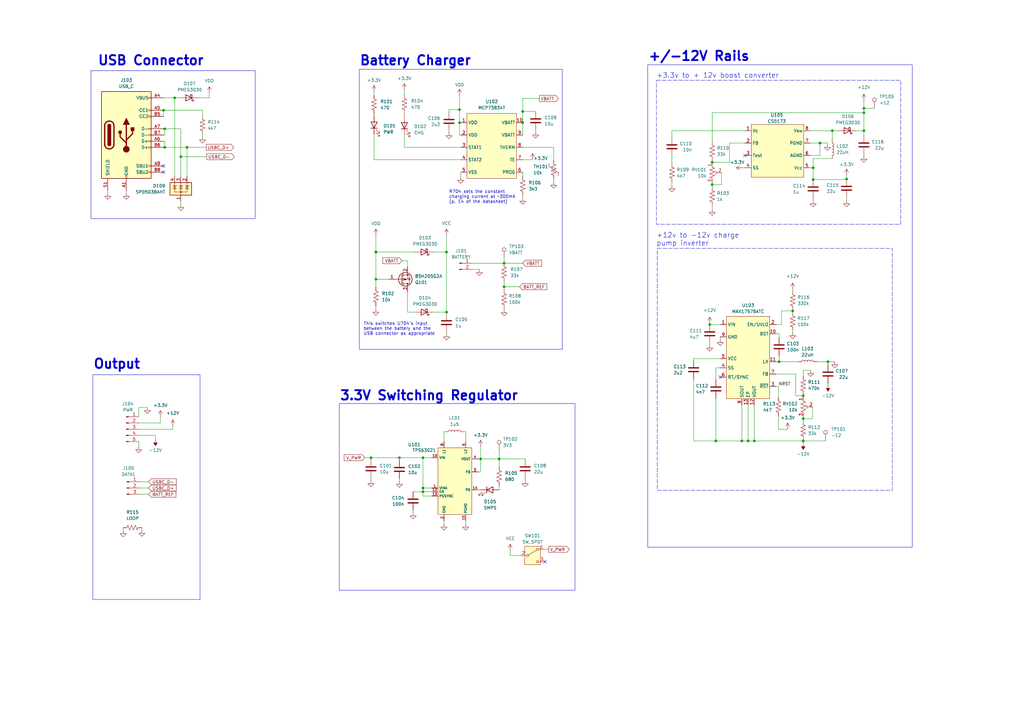
<source format=kicad_sch>
(kicad_sch (version 20231120) (generator "eeschema") (generator_version "8.0")
  (paper "A3")
  (lib_symbols
    (symbol "Battery_Management:MCP73834T"
      (property "Reference" "U" (at -3.81 24.13 0))
      (property "Value" "MCP73834T" (at -3.81 21.59 0))
      (symbol "MCP73834T_1_1"
        (pin power_in line (at -17.78 16.51 0) (length 2.54) (name "VDD") (number "1"))
        (pin power_out line (at 7.62 16.51 180) (length 2.54) (name "VBATT") (number "10"))
        (pin power_in line (at -17.78 11.43 0) (length 2.54) (name "VDD") (number "2"))
        (pin output line (at -17.78 6.35 0) (length 2.54) (name "STAT1") (number "3"))
        (pin output line (at -17.78 1.27 0) (length 2.54) (name "STAT2") (number "4"))
        (pin passive line (at -17.78 -3.81 0) (length 2.54) (name "VSS") (number "5"))
        (pin input line (at 7.62 -3.81 180) (length 2.54) (name "PROG") (number "6"))
        (pin input line (at 7.62 1.27 180) (length 2.54) (name "TE") (number "7"))
        (pin input line (at 7.62 6.35 180) (length 2.54) (name "THERM") (number "8"))
        (pin power_out line (at 7.62 11.43 180) (length 2.54) (name "VBATT") (number "9"))
      )
    )
    (symbol "Connector:Conn_01x02_Pin" (pin_names (offset 1.016) hide)
      (property "Reference" "J" (at 0 2.54 0))
      (property "Value" "Conn_01x02_Pin" (at 0 -5.08 0))
      (symbol "Conn_01x02_Pin_1_1"
        (pin passive line (at 5.08 0 180) (length 3.81) (name "Pin_1") (number "1"))
        (pin passive line (at 5.08 -2.54 180) (length 3.81) (name "Pin_2") (number "2"))
      )
    )
    (symbol "Connector:Conn_01x03_Pin" (pin_names (offset 1.016) hide)
      (property "Reference" "J" (at 0 5.08 0))
      (property "Value" "Conn_01x03_Pin" (at 0 -5.08 0))
      (symbol "Conn_01x03_Pin_1_1"
        (pin passive line (at 5.08 2.54 180) (length 3.81) (name "Pin_1") (number "1"))
        (pin passive line (at 5.08 0 180) (length 3.81) (name "Pin_2") (number "2"))
        (pin passive line (at 5.08 -2.54 180) (length 3.81) (name "Pin_3") (number "3"))
      )
    )
    (symbol "Connector:Conn_01x05_Pin" (pin_names (offset 1.016) hide)
      (property "Reference" "J" (at 0 7.62 0))
      (property "Value" "Conn_01x05_Pin" (at 0 -7.62 0))
      (symbol "Conn_01x05_Pin_1_1"
        (pin passive line (at 5.08 5.08 180) (length 3.81) (name "Pin_1") (number "1"))
        (pin passive line (at 5.08 2.54 180) (length 3.81) (name "Pin_2") (number "2"))
        (pin passive line (at 5.08 0 180) (length 3.81) (name "Pin_3") (number "3"))
        (pin passive line (at 5.08 -2.54 180) (length 3.81) (name "Pin_4") (number "4"))
        (pin passive line (at 5.08 -5.08 180) (length 3.81) (name "Pin_5") (number "5"))
      )
    )
    (symbol "Connector:TestPoint" (pin_numbers hide) (pin_names (offset 0.762) hide)
      (property "Reference" "TP" (at 0 6.858 0))
      (property "Value" "TestPoint" (at 0 5.08 0))
      (symbol "TestPoint_1_1"
        (pin passive line (at 0 0 90) (length 2.54) (name "1") (number "1"))
      )
    )
    (symbol "Connector:USB_C_Receptacle_USB2.0" (pin_names (offset 1.016))
      (property "Reference" "J" (at -10.16 19.05 0))
      (property "Value" "USB_C_Receptacle_USB2.0" (at 19.05 19.05 0))
      (symbol "USB_C_Receptacle_USB2.0_1_1"
        (pin passive line (at 0 -22.86 90) (length 5.08) (name "GND") (number "A1"))
        (pin passive line (at 0 -22.86 90) (length 5.08) hide (name "GND") (number "A12"))
        (pin passive line (at 15.24 15.24 180) (length 5.08) (name "VBUS") (number "A4"))
        (pin bidirectional line (at 15.24 10.16 180) (length 5.08) (name "CC1") (number "A5"))
        (pin bidirectional line (at 15.24 -2.54 180) (length 5.08) (name "D+") (number "A6"))
        (pin bidirectional line (at 15.24 2.54 180) (length 5.08) (name "D-") (number "A7"))
        (pin bidirectional line (at 15.24 -12.7 180) (length 5.08) (name "SBU1") (number "A8"))
        (pin passive line (at 15.24 15.24 180) (length 5.08) hide (name "VBUS") (number "A9"))
        (pin passive line (at 0 -22.86 90) (length 5.08) hide (name "GND") (number "B1"))
        (pin passive line (at 0 -22.86 90) (length 5.08) hide (name "GND") (number "B12"))
        (pin passive line (at 15.24 15.24 180) (length 5.08) hide (name "VBUS") (number "B4"))
        (pin bidirectional line (at 15.24 7.62 180) (length 5.08) (name "CC2") (number "B5"))
        (pin bidirectional line (at 15.24 -5.08 180) (length 5.08) (name "D+") (number "B6"))
        (pin bidirectional line (at 15.24 0 180) (length 5.08) (name "D-") (number "B7"))
        (pin bidirectional line (at 15.24 -15.24 180) (length 5.08) (name "SBU2") (number "B8"))
        (pin passive line (at 15.24 15.24 180) (length 5.08) hide (name "VBUS") (number "B9"))
        (pin passive line (at -7.62 -22.86 90) (length 5.08) (name "SHIELD") (number "S1"))
      )
    )
    (symbol "Device:C" (pin_numbers hide) (pin_names (offset 0.254))
      (property "Reference" "C" (at 0.635 2.54 0))
      (property "Value" "C" (at 0.635 -2.54 0))
      (symbol "C_1_1"
        (pin passive line (at 0 3.81 270) (length 2.794) (name "~") (number "1"))
        (pin passive line (at 0 -3.81 90) (length 2.794) (name "~") (number "2"))
      )
    )
    (symbol "Device:D_Schottky" (pin_numbers hide) (pin_names (offset 1.016) hide)
      (property "Reference" "D" (at 0 2.54 0))
      (property "Value" "D_Schottky" (at 0 -2.54 0))
      (symbol "D_Schottky_1_1"
        (pin passive line (at -3.81 0 0) (length 2.54) (name "K") (number "1"))
        (pin passive line (at 3.81 0 180) (length 2.54) (name "A") (number "2"))
      )
    )
    (symbol "Device:L" (pin_numbers hide) (pin_names (offset 1.016) hide)
      (property "Reference" "L" (at -1.27 0 90))
      (property "Value" "L" (at 1.905 0 90))
      (symbol "L_1_1"
        (pin passive line (at 0 3.81 270) (length 1.27) (name "1") (number "1"))
        (pin passive line (at 0 -3.81 90) (length 1.27) (name "2") (number "2"))
      )
    )
    (symbol "Device:LED" (pin_numbers hide) (pin_names (offset 1.016) hide)
      (property "Reference" "D" (at 0 2.54 0))
      (property "Value" "LED" (at 0 -2.54 0))
      (symbol "LED_1_1"
        (pin passive line (at -3.81 0 0) (length 2.54) (name "K") (number "1"))
        (pin passive line (at 3.81 0 180) (length 2.54) (name "A") (number "2"))
      )
    )
    (symbol "Device:Q_PMOS_GSD" (pin_names (offset 0) hide)
      (property "Reference" "Q" (at 5.08 1.27 0))
      (property "Value" "Q_PMOS_GSD" (at 5.08 -1.27 0))
      (symbol "Q_PMOS_GSD_1_1"
        (pin input line (at -5.08 0 0) (length 2.54) (name "G") (number "1"))
        (pin passive line (at 2.54 -5.08 90) (length 2.54) (name "S") (number "2"))
        (pin passive line (at 2.54 5.08 270) (length 2.54) (name "D") (number "3"))
      )
    )
    (symbol "Device:R_Potentiometer_Trim_US" (pin_names (offset 1.016) hide)
      (property "Reference" "RV" (at -4.445 0 90))
      (property "Value" "R_Potentiometer_Trim_US" (at -2.54 0 90))
      (symbol "R_Potentiometer_Trim_US_1_1"
        (pin passive line (at 0 3.81 270) (length 1.27) (name "1") (number "1"))
        (pin passive line (at 3.81 0 180) (length 1.27) (name "2") (number "2"))
        (pin passive line (at 0 -3.81 90) (length 1.27) (name "3") (number "3"))
      )
    )
    (symbol "Device:R_US" (pin_numbers hide) (pin_names (offset 0))
      (property "Reference" "R" (at 2.54 0 90))
      (property "Value" "R_US" (at -2.54 0 90))
      (symbol "R_US_1_1"
        (pin passive line (at 0 3.81 270) (length 1.27) (name "~") (number "1"))
        (pin passive line (at 0 -3.81 90) (length 1.27) (name "~") (number "2"))
      )
    )
    (symbol "Device:Thermistor_US" (pin_numbers hide) (pin_names (offset 0))
      (property "Reference" "TH" (at 2.54 1.27 90))
      (property "Value" "Thermistor_US" (at -2.54 0 90))
      (symbol "Thermistor_US_1_1"
        (pin passive line (at 0 3.81 270) (length 1.27) (name "~") (number "1"))
        (pin passive line (at 0 -3.81 90) (length 1.27) (name "~") (number "2"))
      )
    )
    (symbol "Power_Protection:SP0503BAHT" (pin_names hide)
      (property "Reference" "D" (at 5.715 2.54 0))
      (property "Value" "SP0503BAHT" (at 5.715 0.635 0))
      (symbol "SP0503BAHT_0_0"
        (pin passive line (at 0 -5.08 90) (length 2.54) (name "A") (number "1"))
      )
      (symbol "SP0503BAHT_1_1"
        (pin passive line (at -2.54 5.08 270) (length 2.54) (name "K") (number "2"))
        (pin passive line (at 0 5.08 270) (length 2.54) (name "K") (number "3"))
        (pin passive line (at 2.54 5.08 270) (length 2.54) (name "K") (number "4"))
      )
    )
    (symbol "Regulator_Switching:CS5173"
      (property "Reference" "U" (at 1.27 0 0))
      (property "Value" "CS5173" (at 1.27 -2.54 0))
      (symbol "CS5173_1_1"
        (pin input line (at -11.43 7.62 0) (length 2.54) (name "Vc") (number "1"))
        (pin input line (at -11.43 2.54 0) (length 2.54) (name "FB") (number "2"))
        (pin input line (at -11.43 -2.54 0) (length 2.54) (name "Test") (number "3"))
        (pin input line (at -11.43 -7.62 0) (length 2.54) (name "SS") (number "4"))
        (pin power_in line (at 15.24 -7.62 180) (length 2.54) (name "Vcc") (number "5"))
        (pin power_in line (at 15.24 -2.54 180) (length 2.54) (name "AGND") (number "6"))
        (pin power_in line (at 15.24 2.54 180) (length 2.54) (name "PGND") (number "7"))
        (pin power_out line (at 15.24 7.62 180) (length 2.54) (name "Vsw") (number "8"))
      )
    )
    (symbol "Regulator_Switching:MAX17578ATC"
      (property "Reference" "U" (at 0 2.032 0))
      (property "Value" "MAX17578ATC" (at 0 0 0))
      (symbol "MAX17578ATC_1_1"
        (pin power_in line (at -11.43 10.16 0) (length 2.54) (name "VIN") (number "1"))
        (pin input line (at 11.43 6.35 180) (length 2.54) (name "BST") (number "10"))
        (pin input line (at 11.43 -5.08 180) (length 2.54) (name "LX") (number "11"))
        (pin power_out line (at 2.54 -22.86 90) (length 2.54) (name "VOUT") (number "12"))
        (pin output line (at 0 -22.86 90) (length 2.54) (name "EP") (number "13"))
        (pin input line (at 11.43 10.16 180) (length 2.54) (name "EN/UVLO") (number "2"))
        (pin input line (at 11.43 -15.24 180) (length 2.54) (name "~{RST}") (number "3"))
        (pin input line (at -11.43 -7.62 0) (length 2.54) (name "SS") (number "4"))
        (pin output line (at -11.43 -3.81 0) (length 2.54) (name "VCC") (number "5"))
        (pin input line (at -11.43 -11.43 0) (length 2.54) (name "RT/SYNC") (number "6"))
        (pin input line (at 11.43 -10.16 180) (length 2.54) (name "FB") (number "7"))
        (pin output line (at -2.54 -22.86 90) (length 2.54) (name "SOUT") (number "8"))
        (pin input line (at -11.43 5.08 0) (length 2.54) (name "GND") (number "9"))
      )
    )
    (symbol "Regulator_Switching:TPS63021"
      (property "Reference" "U101" (at -19.812 14.732 0))
      (property "Value" "TPS63021" (at -15.748 12.446 0))
      (symbol "TPS63021_1_1"
        (pin input line (at -12.7 -3.048 0) (length 2.54) (name "VINA") (number "1"))
        (pin power_in line (at -12.7 9.398 0) (length 2.54) (name "VIN") (number "10"))
        (pin power_in line (at -12.7 9.398 0) (length 2.54) hide (name "VIN") (number "11"))
        (pin input line (at -12.7 -4.572 0) (length 2.54) (name "EN") (number "12"))
        (pin input line (at -12.7 -6.35 0) (length 2.54) (name "PSSYNC") (number "13"))
        (pin output line (at 6.35 -3.81 180) (length 2.54) (name "PG") (number "14"))
        (pin passive line (at 1.27 -16.51 90) (length 2.54) (name "PGND") (number "15"))
        (pin passive line (at -7.62 -16.51 90) (length 2.54) (name "GND") (number "2"))
        (pin input line (at 6.35 3.556 180) (length 2.54) (name "FB") (number "3"))
        (pin power_out line (at 6.35 8.89 180) (length 2.54) (name "VOUT") (number "4"))
        (pin power_out line (at 6.35 8.89 180) (length 2.54) hide (name "VOUT") (number "5"))
        (pin passive line (at 1.27 16.002 270) (length 2.54) (name "L2") (number "6"))
        (pin passive line (at 1.27 16.002 270) (length 2.54) hide (name "L2") (number "7"))
        (pin passive line (at -7.62 16.002 270) (length 2.54) (name "L1") (number "8"))
        (pin passive line (at -7.62 16.002 270) (length 2.54) hide (name "L1") (number "9"))
      )
    )
    (symbol "Switch:SW_SPDT" (pin_names (offset 0) hide)
      (property "Reference" "SW" (at 0 5.08 0))
      (property "Value" "SW_SPDT" (at 0 -5.08 0))
      (symbol "SW_SPDT_1_1"
        (pin passive line (at 5.08 2.54 180) (length 2.54) (name "A") (number "1"))
        (pin passive line (at -5.08 0 0) (length 2.54) (name "B") (number "2"))
        (pin passive line (at 5.08 -2.54 180) (length 2.54) (name "C") (number "3"))
      )
    )
    (symbol "power:+12V" (power) (pin_names (offset 0))
      (property "Value" "+12V" (at 0 3.556 0))
      (symbol "+12V_1_1"
        (pin power_in line (at 0 0 90) (length 0) hide (name "+12V") (number "1"))
      )
    )
    (symbol "power:+3.3V" (power) (pin_names (offset 0))
      (property "Value" "+3.3V" (at 0 3.556 0))
      (symbol "+3.3V_1_1"
        (pin power_in line (at 0 0 90) (length 0) hide (name "+3.3V") (number "1"))
      )
    )
    (symbol "power:-12V" (power) (pin_names (offset 0))
      (property "Value" "-12V" (at 0 3.81 0))
      (symbol "-12V_0_0"
        (pin power_in line (at 0 0 90) (length 0) hide (name "-12V") (number "1"))
      )
    )
    (symbol "power:GND" (power) (pin_names (offset 0))
      (property "Value" "GND" (at 0 -3.81 0))
      (symbol "GND_1_1"
        (pin power_in line (at 0 0 270) (length 0) hide (name "GND") (number "1"))
      )
    )
    (symbol "power:VCC" (power) (pin_names (offset 0))
      (property "Value" "VCC" (at 0 3.81 0))
      (symbol "VCC_1_1"
        (pin power_in line (at 0 0 90) (length 0) hide (name "VCC") (number "1"))
      )
    )
    (symbol "power:VDD" (power) (pin_names (offset 0))
      (property "Value" "VDD" (at 0 3.81 0))
      (symbol "VDD_1_1"
        (pin power_in line (at 0 0 90) (length 0) hide (name "VDD") (number "1"))
      )
    )
  )
  (junction (at 304.292 180.848))
  (junction (at 74.168 64.262))
  (junction (at 292.1 75.692))
  (junction (at 67.564 60.452))
  (junction (at 152.146 187.706))
  (junction (at 309.372 180.848))
  (junction (at 214.376 45.72))
  (junction (at 206.756 117.602))
  (junction (at 67.056 45.212))
  (junction (at 71.628 40.132))
  (junction (at 333.502 68.834))
  (junction (at 329.438 180.848))
  (junction (at 339.598 148.336))
  (junction (at 293.624 180.848))
  (junction (at 76.708 60.452))
  (junction (at 173.482 200.152))
  (junction (at 204.724 188.214))
  (junction (at 329.438 171.704))
  (junction (at 163.83 187.706))
  (junction (at 173.482 187.706))
  (junction (at 347.218 73.406))
  (junction (at 197.104 188.214))
  (junction (at 173.482 201.676))
  (junction (at 183.134 103.378))
  (junction (at 354.33 46.228))
  (junction (at 154.178 114.554))
  (junction (at 354.33 53.594))
  (junction (at 336.296 58.674))
  (junction (at 183.134 128.016))
  (junction (at 292.1 66.548))
  (junction (at 341.376 53.594))
  (junction (at 306.832 180.848))
  (junction (at 214.376 50.292))
  (junction (at 329.438 162.306))
  (junction (at 354.33 44.45))
  (junction (at 206.756 107.95))
  (junction (at 319.532 148.336))
  (junction (at 188.468 50.292))
  (junction (at 333.502 73.66))
  (junction (at 188.468 44.958))
  (junction (at 291.084 133.096))
  (junction (at 154.178 103.378))
  (junction (at 325.12 127.508))
  (junction (at 67.564 52.832))
  (no_connect (at 67.056 68.072))
  (no_connect (at 67.056 70.612))
  (no_connect (at 223.52 230.378))
  (no_connect (at 305.562 63.754))
  (no_connect (at 295.402 154.686))
  (wire (pts (xy 292.1 75.692) (xy 292.1 76.708)))
  (wire (pts (xy 71.628 40.132) (xy 71.628 72.39)))
  (wire (pts (xy 184.15 53.594) (xy 184.15 54.356)))
  (wire (pts (xy 182.118 177.038) (xy 182.626 177.038)))
  (wire (pts (xy 329.438 162.306) (xy 329.438 163.068)))
  (wire (pts (xy 291.084 133.096) (xy 295.402 133.096)))
  (wire (pts (xy 338.582 180.848) (xy 329.438 180.848)))
  (wire (pts (xy 333.502 73.66) (xy 333.502 68.834)))
  (wire (pts (xy 354.33 44.45) (xy 354.33 46.228)))
  (wire (pts (xy 292.1 46.228) (xy 354.33 46.228)))
  (wire (pts (xy 309.372 180.848) (xy 329.438 180.848)))
  (wire (pts (xy 191.008 213.614) (xy 191.008 214.884)))
  (wire (pts (xy 332.232 53.594) (xy 341.376 53.594)))
  (wire (pts (xy 347.218 71.882) (xy 347.218 73.406)))
  (wire (pts (xy 339.598 148.336) (xy 342.392 148.336)))
  (wire (pts (xy 326.39 162.306) (xy 329.438 162.306)))
  (wire (pts (xy 275.59 64.008) (xy 275.59 67.056)))
  (wire (pts (xy 67.564 52.832) (xy 67.056 52.832)))
  (wire (pts (xy 341.376 53.594) (xy 343.662 53.594)))
  (wire (pts (xy 325.12 127.508) (xy 325.12 128.016)))
  (wire (pts (xy 204.724 199.136) (xy 204.724 200.914)))
  (wire (pts (xy 184.15 45.974) (xy 184.15 44.958)))
  (wire (pts (xy 223.52 225.298) (xy 225.044 225.298)))
  (wire (pts (xy 206.756 107.95) (xy 214.376 107.95)))
  (wire (pts (xy 341.376 65.024) (xy 333.502 65.024)))
  (wire (pts (xy 284.48 155.448) (xy 284.48 180.848)))
  (wire (pts (xy 306.832 166.116) (xy 306.832 180.848)))
  (wire (pts (xy 57.15 200.152) (xy 60.96 200.152)))
  (wire (pts (xy 67.056 45.212) (xy 67.056 47.752)))
  (wire (pts (xy 214.376 45.72) (xy 219.71 45.72)))
  (wire (pts (xy 332.232 68.834) (xy 333.502 68.834)))
  (wire (pts (xy 76.708 72.39) (xy 76.708 60.452)))
  (wire (pts (xy 58.166 216.408) (xy 58.166 217.424)))
  (wire (pts (xy 169.418 209.296) (xy 169.418 210.312)))
  (wire (pts (xy 165.862 36.83) (xy 165.862 38.862)))
  (wire (pts (xy 295.91 70.866) (xy 295.91 75.692)))
  (wire (pts (xy 304.292 166.116) (xy 304.292 180.848)))
  (wire (pts (xy 329.438 154.178) (xy 329.438 151.892)))
  (wire (pts (xy 167.132 119.634) (xy 167.132 128.016)))
  (wire (pts (xy 153.416 55.118) (xy 153.416 65.532)))
  (wire (pts (xy 67.564 60.452) (xy 67.056 60.452)))
  (wire (pts (xy 206.756 126.492) (xy 206.756 127)))
  (wire (pts (xy 197.104 183.134) (xy 197.104 188.214)))
  (wire (pts (xy 183.134 136.144) (xy 183.134 136.906)))
  (wire (pts (xy 304.292 180.848) (xy 306.832 180.848)))
  (wire (pts (xy 354.33 46.228) (xy 354.33 53.594)))
  (wire (pts (xy 227.076 73.406) (xy 227.076 74.676)))
  (wire (pts (xy 190.246 177.038) (xy 191.008 177.038)))
  (wire (pts (xy 358.648 44.45) (xy 354.33 44.45)))
  (wire (pts (xy 193.548 110.49) (xy 196.596 110.49)))
  (wire (pts (xy 51.816 78.232) (xy 51.816 79.248)))
  (wire (pts (xy 329.438 171.704) (xy 329.438 172.72)))
  (wire (pts (xy 204.724 188.214) (xy 197.104 188.214)))
  (wire (pts (xy 74.168 64.262) (xy 74.168 52.832)))
  (wire (pts (xy 339.598 148.336) (xy 339.598 149.606)))
  (wire (pts (xy 333.248 171.704) (xy 329.438 171.704)))
  (wire (pts (xy 214.376 80.01) (xy 214.376 81.28)))
  (wire (pts (xy 354.33 41.148) (xy 354.33 44.45)))
  (wire (pts (xy 219.71 53.34) (xy 219.71 54.102)))
  (wire (pts (xy 167.132 106.934) (xy 167.132 109.474)))
  (wire (pts (xy 154.178 103.378) (xy 170.18 103.378)))
  (wire (pts (xy 83.058 47.498) (xy 83.058 45.212)))
  (wire (pts (xy 292.1 65.786) (xy 292.1 66.548)))
  (wire (pts (xy 76.708 60.452) (xy 67.564 60.452)))
  (wire (pts (xy 67.056 40.132) (xy 71.628 40.132)))
  (wire (pts (xy 291.084 132.588) (xy 291.084 133.096)))
  (wire (pts (xy 292.1 66.548) (xy 292.1 67.056)))
  (wire (pts (xy 56.896 170.942) (xy 56.896 167.132)))
  (wire (pts (xy 358.648 44.196) (xy 358.648 44.45)))
  (wire (pts (xy 336.296 58.674) (xy 336.296 63.754)))
  (wire (pts (xy 67.564 52.832) (xy 67.564 55.372)))
  (wire (pts (xy 65.786 173.482) (xy 65.786 170.942)))
  (wire (pts (xy 83.058 55.118) (xy 83.058 56.134)))
  (wire (pts (xy 183.134 128.016) (xy 177.8 128.016)))
  (wire (pts (xy 164.846 106.934) (xy 167.132 106.934)))
  (wire (pts (xy 154.178 96.52) (xy 154.178 103.378)))
  (wire (pts (xy 329.438 180.34) (xy 329.438 180.848)))
  (wire (pts (xy 293.624 180.848) (xy 304.292 180.848)))
  (wire (pts (xy 329.438 151.892) (xy 332.486 151.892)))
  (wire (pts (xy 154.178 125.476) (xy 154.178 126.746)))
  (wire (pts (xy 292.1 84.328) (xy 292.1 85.852)))
  (wire (pts (xy 332.232 58.674) (xy 336.296 58.674)))
  (wire (pts (xy 44.196 78.232) (xy 44.196 79.248)))
  (wire (pts (xy 214.376 70.612) (xy 214.376 72.39)))
  (wire (pts (xy 183.134 96.52) (xy 183.134 103.378)))
  (wire (pts (xy 197.104 193.548) (xy 197.104 188.214)))
  (wire (pts (xy 329.438 180.848) (xy 329.438 181.864)))
  (wire (pts (xy 306.832 180.848) (xy 309.372 180.848)))
  (wire (pts (xy 196.088 188.214) (xy 197.104 188.214)))
  (wire (pts (xy 275.59 56.388) (xy 275.59 53.594)))
  (wire (pts (xy 319.278 170.688) (xy 319.278 176.022)))
  (wire (pts (xy 319.532 146.05) (xy 319.532 148.336)))
  (wire (pts (xy 196.088 200.914) (xy 197.104 200.914)))
  (wire (pts (xy 196.088 193.548) (xy 197.104 193.548)))
  (wire (pts (xy 173.482 187.706) (xy 173.482 200.152)))
  (wire (pts (xy 169.418 201.676) (xy 173.482 201.676)))
  (wire (pts (xy 299.212 66.548) (xy 292.1 66.548)))
  (wire (pts (xy 182.118 213.614) (xy 182.118 214.884)))
  (wire (pts (xy 67.564 55.372) (xy 67.056 55.372)))
  (wire (pts (xy 351.282 53.594) (xy 354.33 53.594)))
  (wire (pts (xy 173.482 200.152) (xy 177.038 200.152)))
  (wire (pts (xy 305.562 58.674) (xy 299.212 58.674)))
  (wire (pts (xy 57.15 197.612) (xy 60.96 197.612)))
  (wire (pts (xy 153.416 37.592) (xy 153.416 39.116)))
  (wire (pts (xy 339.344 59.182) (xy 339.344 58.674)))
  (wire (pts (xy 341.376 53.594) (xy 341.376 57.404)))
  (wire (pts (xy 214.376 45.72) (xy 214.376 50.292)))
  (wire (pts (xy 329.438 170.688) (xy 329.438 171.704)))
  (wire (pts (xy 320.548 127.508) (xy 325.12 127.508)))
  (wire (pts (xy 83.058 45.212) (xy 67.056 45.212)))
  (wire (pts (xy 347.218 73.406) (xy 347.218 73.66)))
  (wire (pts (xy 215.392 188.214) (xy 204.724 188.214)))
  (wire (pts (xy 319.278 158.496) (xy 318.262 158.496)))
  (wire (pts (xy 206.756 117.602) (xy 206.756 118.872)))
  (wire (pts (xy 81.28 40.132) (xy 85.852 40.132)))
  (wire (pts (xy 67.564 57.912) (xy 67.056 57.912)))
  (wire (pts (xy 304.546 68.834) (xy 305.562 68.834)))
  (wire (pts (xy 309.372 166.116) (xy 309.372 180.848)))
  (wire (pts (xy 153.416 65.532) (xy 188.976 65.532)))
  (wire (pts (xy 173.482 200.152) (xy 173.482 201.676)))
  (wire (pts (xy 214.376 50.292) (xy 214.376 55.372)))
  (wire (pts (xy 152.146 187.706) (xy 152.146 188.468)))
  (wire (pts (xy 319.278 176.022) (xy 323.088 176.022)))
  (wire (pts (xy 165.862 55.372) (xy 165.862 60.452)))
  (wire (pts (xy 182.118 177.038) (xy 182.118 181.102)))
  (wire (pts (xy 293.624 163.322) (xy 293.624 180.848)))
  (wire (pts (xy 70.866 176.022) (xy 70.866 174.752)))
  (wire (pts (xy 227.076 60.452) (xy 227.076 65.786)))
  (wire (pts (xy 159.512 114.554) (xy 154.178 114.554)))
  (wire (pts (xy 206.756 117.602) (xy 213.106 117.602)))
  (wire (pts (xy 84.582 60.452) (xy 76.708 60.452)))
  (wire (pts (xy 206.756 105.664) (xy 206.756 107.95)))
  (wire (pts (xy 67.564 57.912) (xy 67.564 60.452)))
  (wire (pts (xy 319.532 148.336) (xy 327.406 148.336)))
  (wire (pts (xy 152.146 196.088) (xy 152.146 197.104)))
  (wire (pts (xy 193.548 107.95) (xy 206.756 107.95)))
  (wire (pts (xy 336.296 63.754) (xy 332.232 63.754)))
  (wire (pts (xy 291.084 140.716) (xy 291.084 141.478)))
  (wire (pts (xy 320.548 133.096) (xy 320.548 127.508)))
  (wire (pts (xy 74.168 64.262) (xy 84.836 64.262)))
  (wire (pts (xy 214.376 65.532) (xy 218.44 65.532)))
  (wire (pts (xy 165.862 46.482) (xy 165.862 47.752)))
  (wire (pts (xy 325.12 127) (xy 325.12 127.508)))
  (wire (pts (xy 333.502 73.66) (xy 347.218 73.66)))
  (wire (pts (xy 173.482 187.706) (xy 177.038 187.706)))
  (wire (pts (xy 173.482 201.676) (xy 177.038 201.676)))
  (wire (pts (xy 167.132 128.016) (xy 170.18 128.016)))
  (wire (pts (xy 153.416 46.736) (xy 153.416 47.498)))
  (wire (pts (xy 221.234 40.386) (xy 214.376 40.386)))
  (wire (pts (xy 177.038 203.454) (xy 173.482 203.454)))
  (wire (pts (xy 215.392 188.468) (xy 215.392 188.214)))
  (wire (pts (xy 165.862 60.452) (xy 188.976 60.452)))
  (wire (pts (xy 293.624 150.876) (xy 295.402 150.876)))
  (wire (pts (xy 183.134 103.378) (xy 183.134 128.016)))
  (wire (pts (xy 325.12 118.618) (xy 325.12 119.38)))
  (wire (pts (xy 154.178 114.554) (xy 154.178 117.856)))
  (wire (pts (xy 333.502 81.28) (xy 333.502 82.296)))
  (wire (pts (xy 213.36 227.838) (xy 209.296 227.838)))
  (wire (pts (xy 295.402 138.176) (xy 295.402 139.192)))
  (wire (pts (xy 318.262 148.336) (xy 319.532 148.336)))
  (wire (pts (xy 188.468 55.372) (xy 188.976 55.372)))
  (wire (pts (xy 339.344 58.674) (xy 336.296 58.674)))
  (wire (pts (xy 319.532 136.906) (xy 319.532 138.43)))
  (wire (pts (xy 319.278 163.068) (xy 319.278 158.496)))
  (wire (pts (xy 163.83 187.706) (xy 163.83 188.722)))
  (wire (pts (xy 184.15 44.958) (xy 188.468 44.958)))
  (wire (pts (xy 173.482 187.706) (xy 163.83 187.706)))
  (wire (pts (xy 333.502 65.024) (xy 333.502 68.834)))
  (wire (pts (xy 188.976 70.612) (xy 188.976 72.644)))
  (wire (pts (xy 74.168 72.39) (xy 74.168 64.262)))
  (wire (pts (xy 295.91 75.692) (xy 292.1 75.692)))
  (wire (pts (xy 183.134 128.016) (xy 183.134 128.524)))
  (wire (pts (xy 56.896 181.102) (xy 56.896 183.134)))
  (wire (pts (xy 71.628 40.132) (xy 73.66 40.132)))
  (wire (pts (xy 214.376 40.386) (xy 214.376 45.72)))
  (wire (pts (xy 326.39 153.416) (xy 326.39 162.306)))
  (wire (pts (xy 188.468 39.116) (xy 188.468 44.958)))
  (wire (pts (xy 318.262 136.906) (xy 319.532 136.906)))
  (wire (pts (xy 74.168 52.832) (xy 67.564 52.832)))
  (wire (pts (xy 85.852 40.132) (xy 85.852 38.1)))
  (wire (pts (xy 206.756 115.57) (xy 206.756 117.602)))
  (wire (pts (xy 338.582 180.594) (xy 338.582 180.848)))
  (wire (pts (xy 188.468 50.292) (xy 188.468 55.372)))
  (wire (pts (xy 295.402 147.066) (xy 284.48 147.066)))
  (wire (pts (xy 354.33 63.246) (xy 354.33 64.008)))
  (wire (pts (xy 56.896 176.022) (xy 70.866 176.022)))
  (wire (pts (xy 284.48 147.066) (xy 284.48 147.828)))
  (wire (pts (xy 173.482 203.454) (xy 173.482 201.676)))
  (wire (pts (xy 56.896 167.132) (xy 60.452 167.132)))
  (wire (pts (xy 154.178 103.378) (xy 154.178 114.554)))
  (wire (pts (xy 214.376 60.452) (xy 227.076 60.452)))
  (wire (pts (xy 209.296 225.806) (xy 209.296 227.838)))
  (wire (pts (xy 191.008 177.038) (xy 191.008 181.102)))
  (wire (pts (xy 188.468 50.292) (xy 188.976 50.292)))
  (wire (pts (xy 318.262 153.416) (xy 326.39 153.416)))
  (wire (pts (xy 163.83 196.342) (xy 163.83 197.358)))
  (wire (pts (xy 56.896 173.482) (xy 65.786 173.482)))
  (wire (pts (xy 339.598 157.226) (xy 339.598 157.988)))
  (wire (pts (xy 204.724 184.658) (xy 204.724 188.214)))
  (wire (pts (xy 149.606 187.706) (xy 152.146 187.706)))
  (wire (pts (xy 275.59 53.594) (xy 305.562 53.594)))
  (wire (pts (xy 347.218 81.026) (xy 347.218 82.296)))
  (wire (pts (xy 293.624 155.702) (xy 293.624 150.876)))
  (wire (pts (xy 354.33 53.594) (xy 354.33 55.626)))
  (wire (pts (xy 63.754 178.562) (xy 63.754 180.34)))
  (wire (pts (xy 204.724 191.516) (xy 204.724 188.214)))
  (wire (pts (xy 333.248 166.878) (xy 333.248 171.704)))
  (wire (pts (xy 325.12 135.636) (xy 325.12 136.398)))
  (wire (pts (xy 335.026 148.336) (xy 339.598 148.336)))
  (wire (pts (xy 188.468 44.958) (xy 188.468 50.292)))
  (wire (pts (xy 284.48 180.848) (xy 293.624 180.848)))
  (wire (pts (xy 215.392 196.088) (xy 215.392 197.104)))
  (wire (pts (xy 299.212 58.674) (xy 299.212 66.548)))
  (wire (pts (xy 177.8 103.378) (xy 183.134 103.378)))
  (wire (pts (xy 56.896 178.562) (xy 63.754 178.562)))
  (wire (pts (xy 275.59 74.676) (xy 275.59 76.2)))
  (wire (pts (xy 292.1 74.676) (xy 292.1 75.692)))
  (wire (pts (xy 74.168 82.55) (xy 74.168 83.82)))
  (wire (pts (xy 152.146 187.706) (xy 163.83 187.706)))
  (wire (pts (xy 292.1 58.166) (xy 292.1 46.228)))
  (wire (pts (xy 57.15 202.692) (xy 60.96 202.692)))
  (wire (pts (xy 50.546 216.408) (xy 50.546 217.678)))
  (wire (pts (xy 318.262 133.096) (xy 320.548 133.096)))
  (wire (pts (xy 329.438 161.798) (xy 329.438 162.306)))
  (rectangle (start 265.684 26.5938) (end 374.142 224.409))
  (rectangle (start 269.24 32.9438) (end 369.443 91.948) (stroke (width 0) (type dash)))
  (rectangle (start 269.5702 101.9048) (end 366.014 201.041) (stroke (width 0) (type dash)))
  (rectangle (start 37.338 28.956) (end 104.648 89.662))
  (rectangle (start 38.1 153.67) (end 82.042 245.872))
  (rectangle (start 147.3962 28.3972) (end 230.632 143.256))
  (rectangle (start 139.192 165.5064) (end 235.839 242.062))
  (text "3.3V Switching Regulator" (at 139.192 164.592 0) (effects (font (size 3.81 3.81) (thickness 0.762) (bold yes)) (justify left bottom)))
  (text "This switches U704's input\nbetween the battery and the \nUSB connector as appropriate" (at 149.098 137.668 0) (effects (font (size 1.27 1.27)) (justify left bottom)))
  (text "R704 sets the constant\ncharging current at ~300mA\n(p. 14 of the datasheet)" (at 184.15 83.566 0) (effects (font (size 1.27 1.27)) (justify left bottom)))
  (text "Output" (at 38.1 151.638 0) (effects (font (size 3.81 3.81) (thickness 0.762) (bold yes)) (justify left bottom)))
  (text "Battery Charger" (at 147.32 27.178 0) (effects (font (size 3.81 3.81) (thickness 0.762) (bold yes)) (justify left bottom)))
  (text "USB Connector" (at 39.878 27.178 0) (effects (font (size 3.81 3.81) (thickness 0.762) (bold yes)) (justify left bottom)))
  (text "+12v to -12v charge \npump inverter" (at 269.24 101.092 0) (effects (font (size 2.032 2.032)) (justify left bottom)))
  (text "+3.3v to + 12v boost converter" (at 269.24 32.258 0) (effects (font (size 2.032 2.032)) (justify left bottom)))
  (text "+/-12V Rails" (at 265.684 25.4 0) (effects (font (size 3.81 3.81) (thickness 0.762) (bold yes)) (justify left bottom)))
  (label "NRST" (at 319.278 158.496 0))
  (global_label "V_PWR" (shape input) (at 149.606 187.706 180) (property "Intersheetrefs" "${INTERSHEET_REFS}" (effects (hide yes))))
  (global_label "VBATT" (shape output) (at 221.234 40.386 0) (property "Intersheetrefs" "${INTERSHEET_REFS}" (effects (hide yes))))
  (global_label "VBATT" (shape input) (at 164.846 106.934 180) (property "Intersheetrefs" "${INTERSHEET_REFS}" (effects (hide yes))))
  (global_label "USBC_D-" (shape input) (at 60.96 197.612 0) (property "Intersheetrefs" "${INTERSHEET_REFS}" (effects (hide yes))))
  (global_label "BATT_REF" (shape input) (at 213.106 117.602 0) (property "Intersheetrefs" "${INTERSHEET_REFS}" (effects (hide yes))))
  (global_label "V_PWR" (shape output) (at 225.044 225.298 0) (property "Intersheetrefs" "${INTERSHEET_REFS}" (effects (hide yes))))
  (global_label "BATT_REF" (shape input) (at 60.96 202.692 0) (property "Intersheetrefs" "${INTERSHEET_REFS}" (effects (hide yes))))
  (global_label "USBC_D+" (shape input) (at 60.96 200.152 0) (property "Intersheetrefs" "${INTERSHEET_REFS}" (effects (hide yes))))
  (global_label "VBATT" (shape input) (at 214.376 107.95 0) (property "Intersheetrefs" "${INTERSHEET_REFS}" (effects (hide yes))))
  (global_label "USBC_D+" (shape output) (at 84.582 60.452 0) (property "Intersheetrefs" "${INTERSHEET_REFS}" (effects (hide yes))))
  (global_label "USBC_D-" (shape output) (at 84.836 64.262 0) (property "Intersheetrefs" "${INTERSHEET_REFS}" (effects (hide yes))))
  (symbol (lib_id "power:GND") (at 215.392 197.104 0) (unit 1)
    (property "Reference" "#PWR0122" (effects (hide yes)))
    (property "Value" "GND" (effects (hide yes)))
  )
  (symbol (lib_id "power:+3.3V") (at 347.218 71.882 0) (unit 1)
    (property "Reference" "#PWR0141" (effects (hide yes)))
    (property "Value" "+3.3V" (at 347.218 67.437 0))
  )
  (symbol (lib_id "power:GND") (at 291.084 141.478 0) (mirror y) (unit 1)
    (property "Reference" "#PWR0129" (effects (hide yes)))
    (property "Value" "GND" (effects (hide yes)))
  )
  (symbol (lib_id "Device:C") (at 291.084 136.906 0) (unit 1)
    (property "Reference" "C111" (at 282.829 135.636 0) (effects (justify left)))
    (property "Value" "4u7" (at 282.829 138.176 0) (effects (justify left)))
    (property "Footprint" "Capacitor_SMD:C_0805_2012Metric" (effects (hide yes)))
  )
  (symbol (lib_id "Regulator_Switching:TPS63021") (at 189.738 197.104 0) (unit 1)
    (property "Reference" "U101" (at 169.926 182.372 0))
    (property "Value" "TPS63021" (at 173.99 184.658 0))
    (property "Footprint" "Package_SON:Texas_S-PVSON-N14" (effects (hide yes)))
  )
  (symbol (lib_id "Connector:TestPoint") (at 338.582 180.594 0) (unit 1)
    (property "Reference" "TP101" (at 340.868 176.0219 0) (effects (justify left)))
    (property "Value" "-12" (at 340.868 178.5619 0) (effects (justify left)))
    (property "Footprint" "TestPoint:TestPoint_Pad_D1.0mm_Value" (effects (hide yes)))
  )
  (symbol (lib_id "Device:R_Potentiometer_Trim_US") (at 292.1 70.866 0) (unit 1)
    (property "Reference" "RV101" (at 289.814 69.5959 0) (effects (justify right)))
    (property "Value" "10k" (at 289.814 72.1359 0) (effects (justify right)))
    (property "Footprint" "Potentiometer_THT:Potentiometer_Bourns_3296W_Vertical" (effects (hide yes)))
    (property "Description" "Trim-potentiometer, US symbol" (effects (hide yes)))
  )
  (symbol (lib_id "power:+3.3V") (at 197.104 183.134 0) (unit 1)
    (property "Reference" "#PWR0101" (effects (hide yes)))
    (property "Value" "+3.3V" (at 197.104 178.435 0))
  )
  (symbol (lib_id "power:+3.3V") (at 218.44 65.532 0) (unit 1)
    (property "Reference" "#PWR0123" (effects (hide yes)))
    (property "Value" "+3.3V" (at 221.742 64.897 0))
  )
  (symbol (lib_id "Device:L") (at 341.376 61.214 0) (unit 1)
    (property "Reference" "L102" (at 343.027 59.944 0) (effects (justify left)))
    (property "Value" "22uH" (at 343.027 62.484 0) (effects (justify left)))
    (property "Footprint" "Inductor_SMD:L_Changjiang_FNR4010S" (effects (hide yes)))
  )
  (symbol (lib_id "Battery_Management:MCP73834T") (at 206.756 66.802 0) (unit 1)
    (property "Reference" "U102" (at 201.676 41.656 0))
    (property "Value" "MCP73834T" (at 201.676 44.196 0))
    (property "Footprint" "Package_SO:MSOP-10_3x3mm_P0.5mm" (effects (hide yes)))
  )
  (symbol (lib_id "power:GND") (at 325.12 136.398 0) (mirror y) (unit 1)
    (property "Reference" "#PWR0135" (effects (hide yes)))
    (property "Value" "GND" (effects (hide yes)))
  )
  (symbol (lib_id "Device:R_US") (at 206.756 122.682 0) (unit 1)
    (property "Reference" "R108" (at 208.661 121.412 0) (effects (justify left)))
    (property "Value" "100k" (at 208.661 123.952 0) (effects (justify left)))
    (property "Footprint" "Resistor_SMD:R_0805_2012Metric" (effects (hide yes)))
  )
  (symbol (lib_id "power:GND") (at 339.344 59.182 0) (unit 1)
    (property "Reference" "#PWR0140" (effects (hide yes)))
    (property "Value" "GND" (effects (hide yes)))
  )
  (symbol (lib_id "power:GND") (at 347.218 82.296 0) (mirror y) (unit 1)
    (property "Reference" "#PWR0142" (effects (hide yes)))
    (property "Value" "GND" (effects (hide yes)))
  )
  (symbol (lib_id "power:+3.3V") (at 304.546 68.834 90) (unit 1)
    (property "Reference" "#PWR0136" (effects (hide yes)))
    (property "Value" "+3.3V" (at 305.308 66.548 90) (effects (justify left)))
  )
  (symbol (lib_id "Device:R_US") (at 325.12 131.826 0) (unit 1)
    (property "Reference" "R117" (at 327.025 130.556 0) (effects (justify left)))
    (property "Value" "100k" (at 327.025 133.096 0) (effects (justify left)))
    (property "Footprint" "Resistor_SMD:R_0805_2012Metric" (effects (hide yes)))
  )
  (symbol (lib_id "Device:C") (at 152.146 192.278 0) (mirror y) (unit 1)
    (property "Reference" "C101" (at 155.702 191.008 0) (effects (justify right)))
    (property "Value" "10u" (at 155.702 193.548 0) (effects (justify right)))
    (property "Footprint" "Capacitor_SMD:C_0805_2012Metric" (effects (hide yes)))
  )
  (symbol (lib_id "Device:R_US") (at 83.058 51.308 0) (unit 1)
    (property "Reference" "R114" (at 85.09 50.038 0) (effects (justify left)))
    (property "Value" "4k7" (at 85.09 52.578 0) (effects (justify left)))
    (property "Footprint" "Resistor_SMD:R_0805_2012Metric" (effects (hide yes)))
  )
  (symbol (lib_id "Switch:SW_SPDT") (at 218.44 227.838 0) (unit 1)
    (property "Reference" "SW101" (at 218.44 219.71 0))
    (property "Value" "SW_SPDT" (at 218.44 222.25 0))
    (property "Footprint" "Button_Switch_THT:SW_NKK_B12JH_SPDT" (effects (hide yes)))
    (property "Description" "Switch, single pole double throw" (effects (hide yes)))
  )
  (symbol (lib_id "Regulator_Switching:MAX17578ATC") (at 306.832 143.256 0) (unit 1)
    (property "Reference" "U103" (at 306.832 125.222 0))
    (property "Value" "MAX17578ATC" (at 306.832 127.762 0))
    (property "Footprint" "Package_DFN_QFN:TDFN-12-1EP_3x3mm_P0.4mm_EP1.7x2.45mm" (effects (hide yes)))
  )
  (symbol (lib_id "Device:L") (at 331.216 148.336 90) (unit 1)
    (property "Reference" "L103" (at 331.216 143.002 90))
    (property "Value" "22uH" (at 331.216 145.542 90))
    (property "Footprint" "Inductor_SMD:L_Changjiang_FNR4010S" (effects (hide yes)))
  )
  (symbol (lib_id "power:GND") (at 44.196 79.248 0) (mirror y) (unit 1)
    (property "Reference" "#PWR0157" (effects (hide yes)))
    (property "Value" "GND" (effects (hide yes)))
  )
  (symbol (lib_id "power:GND") (at 196.596 110.49 0) (unit 1)
    (property "Reference" "#PWR0121" (effects (hide yes)))
    (property "Value" "GND" (effects (hide yes)))
  )
  (symbol (lib_id "power:GND") (at 206.756 127 0) (unit 1)
    (property "Reference" "#PWR0126" (effects (hide yes)))
    (property "Value" "GND" (effects (hide yes)))
  )
  (symbol (lib_id "Device:R_US") (at 154.178 121.666 0) (unit 1)
    (property "Reference" "R102" (at 156.591 120.396 0) (effects (justify left)))
    (property "Value" "10k" (at 156.591 122.936 0) (effects (justify left)))
    (property "Footprint" "Resistor_SMD:R_0805_2012Metric" (effects (hide yes)))
  )
  (symbol (lib_id "power:GND") (at 58.166 217.424 0) (mirror y) (unit 1)
    (property "Reference" "#PWR0169" (effects (hide yes)))
    (property "Value" "GND" (effects (hide yes)))
  )
  (symbol (lib_id "Device:R_US") (at 329.438 176.53 0) (unit 1)
    (property "Reference" "R112" (at 331.343 175.26 0) (effects (justify left)))
    (property "Value" "33k" (at 331.343 177.8 0) (effects (justify left)))
    (property "Footprint" "Resistor_SMD:R_0805_2012Metric" (effects (hide yes)))
  )
  (symbol (lib_id "Device:C") (at 284.48 151.638 0) (unit 1)
    (property "Reference" "C113" (at 276.225 150.368 0) (effects (justify left)))
    (property "Value" "2u2" (at 276.225 152.908 0) (effects (justify left)))
    (property "Footprint" "Capacitor_SMD:C_0805_2012Metric" (effects (hide yes)))
  )
  (symbol (lib_id "Device:LED") (at 200.914 200.914 0) (unit 1)
    (property "Reference" "D105" (at 201.041 205.74 0))
    (property "Value" "SMPS" (at 201.041 208.28 0))
    (property "Footprint" "LED_THT:LED_D3.0mm" (effects (hide yes)))
  )
  (symbol (lib_id "power:GND") (at 51.816 79.248 0) (mirror y) (unit 1)
    (property "Reference" "#PWR0158" (effects (hide yes)))
    (property "Value" "GND" (effects (hide yes)))
  )
  (symbol (lib_id "power:VDD") (at 85.852 38.1 0) (unit 1)
    (property "Reference" "#PWR0160" (effects (hide yes)))
    (property "Value" "VDD" (at 85.852 33.147 0))
  )
  (symbol (lib_id "power:GND") (at 182.118 214.884 0) (unit 1)
    (property "Reference" "#PWR0113" (effects (hide yes)))
    (property "Value" "GND" (effects (hide yes)))
  )
  (symbol (lib_id "power:+3.3V") (at 65.786 170.942 0) (unit 1)
    (property "Reference" "#PWR0163" (effects (hide yes)))
    (property "Value" "+3.3V" (at 65.786 166.243 0))
  )
  (symbol (lib_id "power:+3.3V") (at 153.416 37.592 0) (unit 1)
    (property "Reference" "#PWR0102" (effects (hide yes)))
    (property "Value" "+3.3V" (at 153.416 32.893 0))
  )
  (symbol (lib_id "Device:R_US") (at 329.438 157.988 0) (unit 1)
    (property "Reference" "R111" (at 331.343 156.718 0) (effects (justify left)))
    (property "Value" "470k" (at 331.343 159.258 0) (effects (justify left)))
    (property "Footprint" "Resistor_SMD:R_0805_2012Metric" (effects (hide yes)))
  )
  (symbol (lib_id "Device:R_US") (at 153.416 42.926 0) (unit 1)
    (property "Reference" "R101" (at 155.956 41.656 0) (effects (justify left)))
    (property "Value" "470" (at 155.956 44.196 0) (effects (justify left)))
    (property "Footprint" "Resistor_SMD:R_0805_2012Metric" (effects (hide yes)))
  )
  (symbol (lib_id "Device:R_US") (at 204.724 195.326 0) (unit 1)
    (property "Reference" "R105" (at 207.137 194.056 0) (effects (justify left)))
    (property "Value" "680" (at 207.137 196.596 0) (effects (justify left)))
    (property "Footprint" "Resistor_SMD:R_0805_2012Metric" (effects (hide yes)))
  )
  (symbol (lib_id "power:+12V") (at 354.33 41.148 0) (unit 1)
    (property "Reference" "#PWR0108" (effects (hide yes)))
    (property "Value" "+12V" (at 354.33 35.814 0))
  )
  (symbol (lib_id "Device:C") (at 163.83 192.532 0) (mirror y) (unit 1)
    (property "Reference" "C102" (at 167.386 191.262 0) (effects (justify right)))
    (property "Value" "10u" (at 167.386 193.802 0) (effects (justify right)))
    (property "Footprint" "Capacitor_SMD:C_0805_2012Metric" (effects (hide yes)))
  )
  (symbol (lib_id "Device:R_US") (at 54.356 216.408 90) (unit 1)
    (property "Reference" "R115" (at 54.356 210.058 90))
    (property "Value" "LOOP" (at 54.356 212.598 90))
    (property "Footprint" "Resistor_THT:R_Axial_DIN0204_L3.6mm_D1.6mm_P5.08mm_Horizontal" (effects (hide yes)))
    (property "Description" "Resistor, US symbol" (effects (hide yes)))
  )
  (symbol (lib_id "Device:R_US") (at 292.1 61.976 0) (unit 1)
    (property "Reference" "R110" (at 294.005 60.706 0) (effects (justify left)))
    (property "Value" "33k" (at 294.005 63.246 0) (effects (justify left)))
    (property "Footprint" "Resistor_SMD:R_0805_2012Metric" (effects (hide yes)))
  )
  (symbol (lib_id "Device:C") (at 293.624 159.512 0) (unit 1)
    (property "Reference" "C112" (at 285.369 158.242 0) (effects (justify left)))
    (property "Value" "4n7" (at 285.369 160.782 0) (effects (justify left)))
    (property "Footprint" "Capacitor_SMD:C_0805_2012Metric" (effects (hide yes)))
  )
  (symbol (lib_id "Device:C") (at 219.71 49.53 0) (mirror y) (unit 1)
    (property "Reference" "C109" (at 223.266 48.26 0) (effects (justify right)))
    (property "Value" "10u" (at 223.266 50.8 0) (effects (justify right)))
    (property "Footprint" "Capacitor_SMD:C_0805_2012Metric" (effects (hide yes)))
  )
  (symbol (lib_id "power:GND") (at 188.976 72.644 0) (unit 1)
    (property "Reference" "#PWR0115" (effects (hide yes)))
    (property "Value" "GND" (effects (hide yes)))
  )
  (symbol (lib_id "power:GND") (at 275.59 76.2 0) (unit 1)
    (property "Reference" "#PWR0130" (effects (hide yes)))
    (property "Value" "GND" (effects (hide yes)))
  )
  (symbol (lib_id "Device:R_US") (at 325.12 123.19 0) (unit 1)
    (property "Reference" "R116" (at 327.025 121.92 0) (effects (justify left)))
    (property "Value" "330k" (at 327.025 124.46 0) (effects (justify left)))
    (property "Footprint" "Resistor_SMD:R_0805_2012Metric" (effects (hide yes)))
  )
  (symbol (lib_id "power:-12V") (at 63.754 180.34 180) (unit 1)
    (property "Reference" "#PWR0165" (effects (hide yes)))
    (property "Value" "-12V" (at 63.754 184.658 0))
  )
  (symbol (lib_id "Device:R_US") (at 165.862 42.672 0) (unit 1)
    (property "Reference" "R104" (at 168.529 41.402 0) (effects (justify left)))
    (property "Value" "470" (at 168.529 43.942 0) (effects (justify left)))
    (property "Footprint" "Resistor_SMD:R_0805_2012Metric" (effects (hide yes)))
  )
  (symbol (lib_id "Connector:Conn_01x03_Pin") (at 52.07 200.152 0) (unit 1)
    (property "Reference" "J105" (at 52.705 192.024 0))
    (property "Value" "DATA1" (at 52.705 194.564 0))
    (property "Footprint" "Connector_PinHeader_2.54mm:PinHeader_1x03_P2.54mm_Vertical" (effects (hide yes)))
    (property "Description" "Generic connector, single row, 01x03, script generated" (effects (hide yes)))
  )
  (symbol (lib_id "power:GND") (at 342.392 148.336 0) (mirror y) (unit 1)
    (property "Reference" "#PWR0118" (effects (hide yes)))
    (property "Value" "GND" (effects (hide yes)))
  )
  (symbol (lib_id "Device:C") (at 347.218 77.216 0) (unit 1)
    (property "Reference" "C115" (at 338.963 75.946 0) (effects (justify left)))
    (property "Value" "22u" (at 338.963 78.486 0) (effects (justify left)))
    (property "Footprint" "Capacitor_SMD:C_0805_2012Metric" (effects (hide yes)))
  )
  (symbol (lib_id "power:GND") (at 184.15 54.356 0) (unit 1)
    (property "Reference" "#PWR0112" (effects (hide yes)))
    (property "Value" "GND" (effects (hide yes)))
  )
  (symbol (lib_id "power:GND") (at 152.146 197.104 0) (unit 1)
    (property "Reference" "#PWR0105" (effects (hide yes)))
    (property "Value" "GND" (effects (hide yes)))
  )
  (symbol (lib_id "Device:R_US") (at 214.376 76.2 0) (unit 1)
    (property "Reference" "R106" (at 216.789 74.93 0) (effects (justify left)))
    (property "Value" "3k3" (at 216.789 77.47 0) (effects (justify left)))
    (property "Footprint" "Resistor_SMD:R_0805_2012Metric" (effects (hide yes)))
  )
  (symbol (lib_id "power:GND") (at 50.546 217.678 0) (mirror y) (unit 1)
    (property "Reference" "#PWR0168" (effects (hide yes)))
    (property "Value" "GND" (effects (hide yes)))
  )
  (symbol (lib_id "Device:C") (at 215.392 192.278 0) (mirror y) (unit 1)
    (property "Reference" "C108" (at 218.948 191.008 0) (effects (justify right)))
    (property "Value" "22u" (at 218.948 193.548 0) (effects (justify right)))
    (property "Footprint" "Capacitor_SMD:C_0805_2012Metric" (effects (hide yes)))
  )
  (symbol (lib_id "power:GND") (at 191.008 214.884 0) (unit 1)
    (property "Reference" "#PWR0116" (effects (hide yes)))
    (property "Value" "GND" (effects (hide yes)))
  )
  (symbol (lib_id "Connector:Conn_01x05_Pin") (at 51.816 176.022 0) (unit 1)
    (property "Reference" "J104" (at 52.451 165.608 0))
    (property "Value" "PWR" (at 52.451 168.148 0))
    (property "Footprint" "Connector_PinHeader_2.54mm:PinHeader_1x05_P2.54mm_Vertical" (effects (hide yes)))
    (property "Description" "Generic connector, single row, 01x05, script generated" (effects (hide yes)))
  )
  (symbol (lib_id "power:GND") (at 74.168 83.82 0) (unit 1)
    (property "Reference" "#PWR0170" (effects (hide yes)))
    (property "Value" "GND" (effects (hide yes)))
  )
  (symbol (lib_id "Device:Thermistor_US") (at 227.076 69.596 0) (unit 1)
    (property "Reference" "TH101" (at 218.694 68.326 0) (effects (justify left)))
    (property "Value" "10k" (at 218.694 70.866 0) (effects (justify left)))
    (property "Footprint" "Resistor_SMD:R_0603_1608Metric" (effects (hide yes)))
  )
  (symbol (lib_id "Device:C") (at 169.418 205.486 0) (unit 1)
    (property "Reference" "C104" (at 165.862 204.216 0) (effects (justify right)))
    (property "Value" "100n" (at 165.862 206.756 0) (effects (justify right)))
    (property "Footprint" "Capacitor_SMD:C_0805_2012Metric" (effects (hide yes)))
  )
  (symbol (lib_id "power:VDD") (at 154.178 96.52 0) (unit 1)
    (property "Reference" "#PWR0103" (effects (hide yes)))
    (property "Value" "VDD" (at 154.178 91.694 0))
  )
  (symbol (lib_id "Device:LED") (at 165.862 51.562 90) (unit 1)
    (property "Reference" "D102" (at 169.799 51.8795 90) (effects (justify right)))
    (property "Value" "CHG" (at 169.799 54.4195 90) (effects (justify right)))
    (property "Footprint" "LED_THT:LED_D3.0mm" (effects (hide yes)))
  )
  (symbol (lib_id "power:VCC") (at 209.296 225.806 0) (unit 1)
    (property "Reference" "#PWR0128" (effects (hide yes)))
    (property "Value" "VCC" (at 209.296 220.853 0))
  )
  (symbol (lib_id "power:GND") (at 154.178 126.746 0) (unit 1)
    (property "Reference" "#PWR0104" (effects (hide yes)))
    (property "Value" "GND" (effects (hide yes)))
  )
  (symbol (lib_id "power:VCC") (at 183.134 96.52 0) (unit 1)
    (property "Reference" "#PWR0110" (effects (hide yes)))
    (property "Value" "VCC" (at 183.134 91.567 0))
  )
  (symbol (lib_id "Device:C") (at 183.134 132.334 0) (mirror y) (unit 1)
    (property "Reference" "C105" (at 186.69 131.064 0) (effects (justify right)))
    (property "Value" "1u" (at 186.69 133.604 0) (effects (justify right)))
    (property "Footprint" "Capacitor_SMD:C_0805_2012Metric" (effects (hide yes)))
  )
  (symbol (lib_id "power:-12V") (at 329.438 181.864 180) (unit 1)
    (property "Reference" "#PWR0132" (effects (hide yes)))
    (property "Value" "-12V" (at 329.438 186.182 0))
  )
  (symbol (lib_id "Device:C") (at 319.532 142.24 0) (mirror y) (unit 1)
    (property "Reference" "C103" (at 327.787 140.97 0) (effects (justify left)))
    (property "Value" "100n" (at 327.787 143.51 0) (effects (justify left)))
    (property "Footprint" "Capacitor_SMD:C_0805_2012Metric" (effects (hide yes)))
  )
  (symbol (lib_id "Device:C") (at 354.33 59.436 0) (mirror y) (unit 1)
    (property "Reference" "C116" (at 362.585 58.166 0) (effects (justify left)))
    (property "Value" "22u" (at 362.585 60.706 0) (effects (justify left)))
    (property "Footprint" "Capacitor_SMD:C_0805_2012Metric" (effects (hide yes)))
  )
  (symbol (lib_id "Device:D_Schottky") (at 347.472 53.594 180) (unit 1)
    (property "Reference" "D106" (at 347.7895 47.752 0))
    (property "Value" "PMEG3030" (at 347.7895 50.292 0))
    (property "Footprint" "Diode_SMD:D_SOD-123" (effects (hide yes)))
  )
  (symbol (lib_id "Connector:TestPoint") (at 358.648 44.196 0) (unit 1)
    (property "Reference" "TP105" (at 360.68 39.6239 0) (effects (justify left)))
    (property "Value" "+12" (at 360.68 42.1639 0) (effects (justify left)))
    (property "Footprint" "TestPoint:TestPoint_Pad_D1.0mm_Value" (effects (hide yes)))
  )
  (symbol (lib_id "power:GND") (at 295.402 139.192 0) (mirror y) (unit 1)
    (property "Reference" "#PWR0125" (effects (hide yes)))
    (property "Value" "GND" (effects (hide yes)))
  )
  (symbol (lib_id "Device:C") (at 333.502 77.47 0) (unit 1)
    (property "Reference" "C114" (at 325.247 76.2 0) (effects (justify left)))
    (property "Value" "1u" (at 325.247 78.74 0) (effects (justify left)))
    (property "Footprint" "Capacitor_SMD:C_0805_2012Metric" (effects (hide yes)))
  )
  (symbol (lib_id "power:VDD") (at 188.468 39.116 0) (unit 1)
    (property "Reference" "#PWR0114" (effects (hide yes)))
    (property "Value" "VDD" (at 188.468 34.798 0))
  )
  (symbol (lib_id "power:GND") (at 354.33 64.008 0) (mirror y) (unit 1)
    (property "Reference" "#PWR0144" (effects (hide yes)))
    (property "Value" "GND" (effects (hide yes)))
  )
  (symbol (lib_id "power:GND") (at 333.502 82.296 0) (mirror y) (unit 1)
    (property "Reference" "#PWR0139" (effects (hide yes)))
    (property "Value" "GND" (effects (hide yes)))
  )
  (symbol (lib_id "power:+3.3V") (at 323.088 176.022 0) (unit 1)
    (property "Reference" "#PWR0134" (effects (hide yes)))
    (property "Value" "+3.3V" (at 323.088 171.323 0))
  )
  (symbol (lib_id "Regulator_Switching:CS5173") (at 316.992 61.214 0) (unit 1)
    (property "Reference" "U105" (at 318.6176 47.1932 0))
    (property "Value" "CS5173" (at 318.6176 49.7332 0))
    (property "Footprint" "Package_SO:SOIC-8_3.9x4.9mm_P1.27mm" (effects (hide yes)))
  )
  (symbol (lib_id "Device:R_US") (at 319.278 166.878 0) (unit 1)
    (property "Reference" "R113" (at 312.928 165.608 0) (effects (justify left)))
    (property "Value" "4k7" (at 312.928 168.148 0) (effects (justify left)))
    (property "Footprint" "Resistor_SMD:R_0805_2012Metric" (effects (hide yes)))
  )
  (symbol (lib_id "Device:C") (at 339.598 153.416 0) (mirror y) (unit 1)
    (property "Reference" "C107" (at 347.853 152.146 0) (effects (justify left)))
    (property "Value" "22u" (at 347.853 154.686 0) (effects (justify left)))
    (property "Footprint" "Capacitor_SMD:C_0805_2012Metric" (effects (hide yes)))
  )
  (symbol (lib_id "power:GND") (at 56.896 183.134 0) (unit 1)
    (property "Reference" "#PWR0161" (effects (hide yes)))
    (property "Value" "GND" (effects (hide yes)))
  )
  (symbol (lib_id "power:+12V") (at 325.12 118.618 0) (unit 1)
    (property "Reference" "#PWR0137" (effects (hide yes)))
    (property "Value" "+12V" (at 325.12 113.284 0))
  )
  (symbol (lib_id "power:GND") (at 163.83 197.358 0) (unit 1)
    (property "Reference" "#PWR0107" (effects (hide yes)))
    (property "Value" "GND" (effects (hide yes)))
  )
  (symbol (lib_id "power:GND") (at 83.058 56.134 0) (mirror y) (unit 1)
    (property "Reference" "#PWR0159" (effects (hide yes)))
    (property "Value" "GND" (effects (hide yes)))
  )
  (symbol (lib_id "Device:R_US") (at 206.756 111.76 0) (unit 1)
    (property "Reference" "R107" (at 209.296 110.49 0) (effects (justify left)))
    (property "Value" "33k" (at 209.296 113.03 0) (effects (justify left)))
    (property "Footprint" "Resistor_SMD:R_0805_2012Metric" (effects (hide yes)))
  )
  (symbol (lib_id "Device:LED") (at 153.416 51.308 90) (unit 1)
    (property "Reference" "D101" (at 157.226 51.6255 90) (effects (justify right)))
    (property "Value" "PWR" (at 157.226 54.1655 90) (effects (justify right)))
    (property "Footprint" "LED_THT:LED_D3.0mm" (effects (hide yes)))
  )
  (symbol (lib_id "power:GND") (at 227.076 74.676 0) (unit 1)
    (property "Reference" "#PWR0127" (effects (hide yes)))
    (property "Value" "GND" (effects (hide yes)))
  )
  (symbol (lib_id "Device:R_Potentiometer_Trim_US") (at 329.438 166.878 0) (unit 1)
    (property "Reference" "RV102" (at 327.152 165.6079 0) (effects (justify right)))
    (property "Value" "10k" (at 327.152 168.1479 0) (effects (justify right)))
    (property "Footprint" "Potentiometer_THT:Potentiometer_Bourns_3296W_Vertical" (effects (hide yes)))
    (property "Description" "Trim-potentiometer, US symbol" (effects (hide yes)))
  )
  (symbol (lib_id "Device:D_Schottky") (at 173.99 128.016 180) (unit 1)
    (property "Reference" "D104" (at 174.3075 122.174 0))
    (property "Value" "PMEG3030" (at 174.3075 124.714 0))
    (property "Footprint" "Diode_SMD:D_SOD-123" (effects (hide yes)))
  )
  (symbol (lib_id "Device:R_US") (at 292.1 80.518 0) (unit 1)
    (property "Reference" "R103" (at 294.005 79.248 0) (effects (justify left)))
    (property "Value" "1k" (at 294.005 81.788 0) (effects (justify left)))
    (property "Footprint" "Resistor_SMD:R_0805_2012Metric" (effects (hide yes)))
  )
  (symbol (lib_id "Device:L") (at 186.436 177.038 90) (unit 1)
    (property "Reference" "L101" (at 186.436 171.45 90))
    (property "Value" "1u5" (at 186.436 173.99 90))
    (property "Footprint" "Inductor_SMD:L_Coilcraft_XAL4020-XXX" (effects (hide yes)))
  )
  (symbol (lib_id "power:GND") (at 169.418 210.312 0) (mirror y) (unit 1)
    (property "Reference" "#PWR0109" (effects (hide yes)))
    (property "Value" "GND" (effects (hide yes)))
  )
  (symbol (lib_id "power:+12V") (at 70.866 174.752 0) (unit 1)
    (property "Reference" "#PWR0164" (effects (hide yes)))
    (property "Value" "+12V" (at 70.866 169.418 0))
  )
  (symbol (lib_id "power:GND") (at 332.486 151.892 0) (mirror y) (unit 1)
    (property "Reference" "#PWR0133" (effects (hide yes)))
    (property "Value" "GND" (effects (hide yes)))
  )
  (symbol (lib_id "Device:D_Schottky") (at 173.99 103.378 180) (unit 1)
    (property "Reference" "D103" (at 174.3075 97.536 0))
    (property "Value" "PMEG3030" (at 174.3075 100.076 0))
    (property "Footprint" "Diode_SMD:D_SOD-123" (effects (hide yes)))
  )
  (symbol (lib_id "power:GND") (at 60.452 167.132 0) (unit 1)
    (property "Reference" "#PWR0162" (effects (hide yes)))
    (property "Value" "GND" (effects (hide yes)))
  )
  (symbol (lib_id "power:GND") (at 183.134 136.906 0) (unit 1)
    (property "Reference" "#PWR0111" (effects (hide yes)))
    (property "Value" "GND" (effects (hide yes)))
  )
  (symbol (lib_id "Connector:TestPoint") (at 206.756 105.664 0) (unit 1)
    (property "Reference" "TP103" (at 208.788 101.092 0) (effects (justify left)))
    (property "Value" "VBATT" (at 208.788 103.632 0) (effects (justify left)))
    (property "Footprint" "TestPoint:TestPoint_Pad_D1.0mm_Value" (effects (hide yes)))
  )
  (symbol (lib_id "Device:D_Schottky") (at 77.47 40.132 180) (unit 1)
    (property "Reference" "D107" (at 77.7875 34.29 0))
    (property "Value" "PMEG3030" (at 77.7875 36.83 0))
    (property "Footprint" "Diode_SMD:D_SOD-123" (effects (hide yes)))
  )
  (symbol (lib_id "Connector:USB_C_Receptacle_USB2.0") (at 51.816 55.372 0) (unit 1)
    (property "Reference" "J103" (at 51.816 32.893 0))
    (property "Value" "USB_C" (at 51.816 35.433 0))
    (property "Footprint" "Connector_USB:USB_C_Receptacle_Palconn_UTC16-G" (effects (hide yes)))
    (property "Datasheet" "https://www.usb.org/sites/default/files/documents/usb_type-c.zip" (effects (hide yes)))
  )
  (symbol (lib_id "Device:C") (at 275.59 60.198 0) (mirror y) (unit 1)
    (property "Reference" "C110" (at 283.845 58.928 0) (effects (justify left)))
    (property "Value" "10n" (at 283.845 61.468 0) (effects (justify left)))
    (property "Footprint" "Capacitor_SMD:C_0805_2012Metric" (effects (hide yes)))
  )
  (symbol (lib_id "power:GND") (at 219.71 54.102 0) (unit 1)
    (property "Reference" "#PWR0124" (effects (hide yes)))
    (property "Value" "GND" (effects (hide yes)))
  )
  (symbol (lib_id "Device:Q_PMOS_GSD") (at 164.592 114.554 0) (mirror x) (unit 1)
    (property "Reference" "Q101" (at 170.18 115.824 0) (effects (justify left)))
    (property "Value" "BSH205G2A" (at 170.18 113.284 0) (effects (justify left)))
    (property "Footprint" "PCM_4ms_Package_SOT:SOT-23" (effects (hide yes)))
  )
  (symbol (lib_id "power:GND") (at 292.1 85.852 0) (unit 1)
    (property "Reference" "#PWR0117" (effects (hide yes)))
    (property "Value" "GND" (effects (hide yes)))
  )
  (symbol (lib_id "power:-12V") (at 339.598 157.988 180) (unit 1)
    (property "Reference" "#PWR0119" (effects (hide yes)))
    (property "Value" "-12V" (at 339.598 162.306 0))
  )
  (symbol (lib_id "power:+3.3V") (at 165.862 36.83 0) (unit 1)
    (property "Reference" "#PWR0106" (effects (hide yes)))
    (property "Value" "+3.3V" (at 165.862 32.131 0))
  )
  (symbol (lib_id "Device:C") (at 184.15 49.784 0) (unit 1)
    (property "Reference" "C106" (at 180.594 48.514 0) (effects (justify right)))
    (property "Value" "2u2" (at 180.594 51.054 0) (effects (justify right)))
    (property "Footprint" "Capacitor_SMD:C_0805_2012Metric" (effects (hide yes)))
  )
  (symbol (lib_id "power:GND") (at 214.376 81.28 0) (unit 1)
    (property "Reference" "#PWR0120" (effects (hide yes)))
    (property "Value" "GND" (effects (hide yes)))
  )
  (symbol (lib_id "Connector:Conn_01x02_Pin") (at 188.468 107.95 0) (unit 1)
    (property "Reference" "J101" (at 189.103 102.87 0))
    (property "Value" "BATTERY" (at 189.103 105.41 0))
    (property "Footprint" "Connector_PinHeader_2.54mm:PinHeader_1x02_P2.54mm_Vertical" (effects (hide yes)))
  )
  (symbol (lib_id "power:+12V") (at 291.084 132.588 0) (unit 1)
    (property "Reference" "#PWR0131" (effects (hide yes)))
    (property "Value" "+12V" (at 291.084 127.254 0))
  )
  (symbol (lib_id "Connector:TestPoint") (at 204.724 184.658 0) (unit 1)
    (property "Reference" "TP102" (at 206.248 180.0859 0) (effects (justify left)))
    (property "Value" "3V3" (at 206.248 182.6259 0) (effects (justify left)))
    (property "Footprint" "TestPoint:TestPoint_Pad_D1.0mm_Value" (effects (hide yes)))
  )
  (symbol (lib_id "Device:R_US") (at 275.59 70.866 0) (unit 1)
    (property "Reference" "R109" (at 277.495 69.596 0) (effects (justify left)))
    (property "Value" "4k7" (at 277.495 72.136 0) (effects (justify left)))
    (property "Footprint" "Resistor_SMD:R_0805_2012Metric" (effects (hide yes)))
  )
  (symbol (lib_id "Power_Protection:SP0503BAHT") (at 74.168 77.47 0) (mirror y) (unit 1)
    (property "Reference" "D109" (at 67.818 76.2 0) (effects (justify left)))
    (property "Value" "SP0503BAHT" (at 67.818 78.74 0) (effects (justify left)))
    (property "Footprint" "Package_TO_SOT_SMD:SOT-143" (effects (hide yes)))
    (property "Datasheet" "http://www.littelfuse.com/~/media/files/littelfuse/technical%20resources/documents/data%20sheets/sp05xxba.pdf" (effects (hide yes)))
  )
)
</source>
